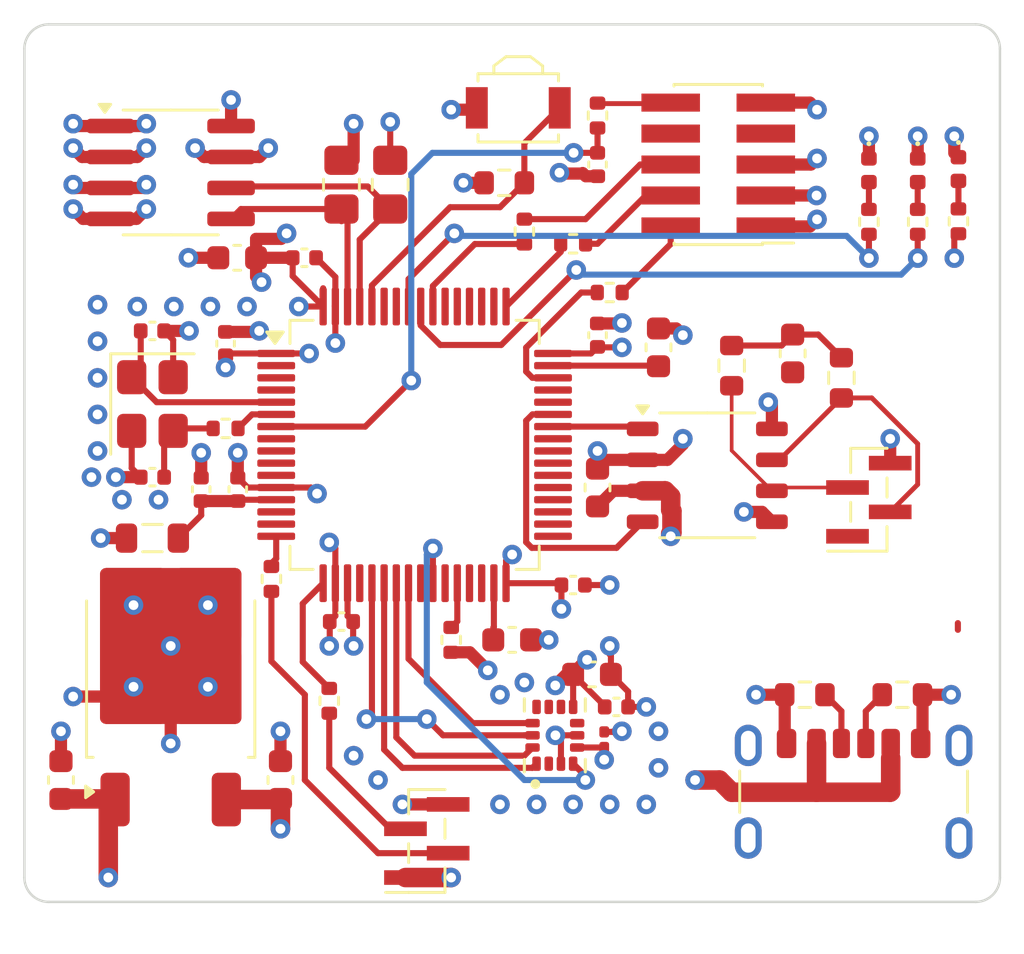
<source format=kicad_pcb>
(kicad_pcb (version 20241229) (generator "pcbnew") (generator_version "9.0")
  (layers (0 "F.Cu" signal) (4 "In1.Cu" power) (6 "In2.Cu" power) (2 "B.Cu" signal) (13 "F.Paste" user) (15 "B.Paste" user) (5 "F.SilkS" user "F.Silkscreen") (7 "B.SilkS" user "B.Silkscreen") (1 "F.Mask" user) (3 "B.Mask" user) (25 "Edge.Cuts" user))
  (net 0 "")
  (net 1 "+3.3V")
  (net 2 "GND")
  (net 3 "+5V")
  (net 4 "+3.3VA")
  (net 5 "HSE_IN")
  (net 6 "/Connectors/CAN1+")
  (net 7 "/Connectors/CAN1-")
  (net 8 "NRST")
  (net 9 "HSE_OUT")
  (net 10 "BOOT0")
  (net 11 "BOOT1")
  (net 12 "SWDIO")
  (net 13 "SWCLK")
  (net 14 "SWO")
  (net 15 "GYRO_INT1")
  (net 16 "GYRO_CS")
  (net 19 "GYRO_MISO")
  (net 23 "GYRO_MOSI")
  (net 24 "GYRO_SCK")
  (net 25 "EEPROM_SCL")
  (net 26 "EEPROM_SDA")
  (net 27 "CAN1_TX")
  (net 28 "CAN1_RX")
  (net 29 "Net-(D3-A)")
  (net 30 "Net-(D4-A)")
  (net 31 "Net-(J2-Pin_3)")
  (net 32 "Net-(J2-Pin_2)")
  (net 33 "USART2_TX")
  (net 34 "USART2_RX")
  (net 35 "STATUS_LED1")
  (net 36 "STATUS_LED2")
  (net 38 "Net-(C31-Pad1)")
  (net 39 "Net-(U200-VCAP_1)")
  (net 40 "Net-(U200-VCAP_2)")
  (net 41 "Net-(C211-Pad1)")
  (net 43 "Net-(J401-Pin_6)")
  (net 44 "Net-(J401-Pin_2)")
  (net 45 "Net-(J401-Pin_10)")
  (net 46 "Net-(J401-Pin_4)")
  (net 79 "Net-(D5-A)")
  (net 81 "Net-(J3-CC1)")
  (net 82 "Net-(J3-CC2)")
  (footprint "Capacitor_SMD:C_0402_1005Metric" (layer "F.Cu") (at 130.8011 105.39526 90)
    (property "Reference" "C207" (hide yes))
    (property "Value" "10n" (hide yes))
  )
  (footprint "Capacitor_SMD:C_0402_1005Metric" (layer "F.Cu") (at 130.3011 99.41526 90)
    (property "Reference" "C201" (hide yes))
    (property "Value" "100n" (hide yes))
  )
  (footprint "Capacitor_SMD:C_0603_1608Metric" (layer "F.Cu") (at 142.0511 111.57026)
    (property "Reference" "C208" (hide yes))
    (property "Value" "2u2" (hide yes))
  )
  (footprint "Resistor_SMD:R_0402_1005Metric" (layer "F.Cu") (at 130.3011 102.89526 180)
    (property "Reference" "R200" (hide yes))
    (property "Value" "47" (hide yes))
  )
  (footprint "Capacitor_SMD:C_0402_1005Metric" (layer "F.Cu") (at 133.5311 95.89526)
    (property "Reference" "C205" (hide yes))
    (property "Value" "100n" (hide yes))
  )
  (footprint "Resistor_SMD:R_0603_1608Metric" (layer "F.Cu") (at 141.7261 92.82026 180)
    (property "Reference" "R9" (hide yes))
    (property "Value" "10k" (hide yes))
  )
  (footprint "Connector_PinHeader_1.00mm:PinHeader_1x04_P1.00mm_Vertical_SMD_Pin1Right" (layer "F.Cu") (at 156.6761 105.82026 180)
    (property "Reference" "J1" (hide yes))
    (property "Value" "CAN")
  )
  (footprint "Resistor_SMD:R_0603_1608Metric" (layer "F.Cu") (at 151.0511 100.32026 90)
    (property "Reference" "R19" (hide yes))
    (property "Value" "60R" (hide yes))
  )
  (footprint "Capacitor_SMD:C_0603_1608Metric" (layer "F.Cu") (at 130.7761 95.89526 180)
    (property "Reference" "C200" (hide yes))
    (property "Value" "4u7" (hide yes))
  )
  (footprint "Capacitor_SMD:C_0402_1005Metric" (layer "F.Cu") (at 145.5511 99.07026 90)
    (property "Reference" "C204" (hide yes))
    (property "Value" "100n" (hide yes))
  )
  (footprint "LED_SMD:LED_0402_1005Metric" (layer "F.Cu") (at 160.349132 92.25526 -90)
    (property "Reference" "D5" (hide yes))
    (property "Value" "LED")
  )
  (footprint "Resistor_SMD:R_0402_1005Metric" (layer "F.Cu") (at 144.5511 95.32026)
    (property "Reference" "R401" (hide yes))
    (property "Value" "22" (hide yes))
  )
  (footprint "Capacitor_SMD:C_0603_1608Metric" (layer "F.Cu") (at 132.5511 117.32026 90)
    (property "Reference" "C4" (hide yes))
    (property "Value" "2u2" (hide yes))
  )
  (footprint "Capacitor_SMD:C_0201_0603Metric" (layer "F.Cu") (at 145.8251 115.66526 90)
    (property "Reference" "C10" (hide yes))
    (property "Value" "10n" (hide yes))
  )
  (footprint "Capacitor_SMD:C_0603_1608Metric" (layer "F.Cu") (at 153.5511 99.82026 -90)
    (property "Reference" "C31" (hide yes))
    (property "Value" "4n7" (hide yes))
  )
  (footprint "nxp:sot96-1_soic-8" (layer "F.Cu") (at 150.0511 104.82026)
    (property "Reference" "U6" (hide yes))
    (property "Value" "TJA1051T/3" (hide yes))
  )
  (footprint "Button_Switch_SMD:SW_SPST_B3U-3000P-B" (layer "F.Cu") (at 142.3011 89.74526)
    (property "Reference" "SW1" (hide yes))
    (property "Value" "SW_SPST")
  )
  (footprint "Capacitor_SMD:C_0402_1005Metric" (layer "F.Cu") (at 127.3011 104.89526 180)
    (property "Reference" "C211" (hide yes))
    (property "Value" "12p" (hide yes))
  )
  (footprint "Crystal:Crystal_SMD_3225-4Pin_3.2x2.5mm" (layer "F.Cu") (at 127.3011 101.89526 -90)
    (property "Reference" "Y200" (hide yes))
    (property "Value" "16MHz" (hide yes))
  )
  (footprint "Capacitor_SMD:C_0402_1005Metric" (layer "F.Cu") (at 145.5511 92.07026 -90)
    (property "Reference" "C400" (hide yes))
    (property "Value" "100n" (hide yes))
  )
  (footprint "Capacitor_SMD:C_0402_1005Metric" (layer "F.Cu") (at 144.5511 109.32026)
    (property "Reference" "C203" (hide yes))
    (property "Value" "100n" (hide yes))
  )
  (footprint "Resistor_SMD:R_0603_1608Metric" (layer "F.Cu") (at 154.0511 113.82026 180)
    (property "Reference" "R2" (hide yes))
    (property "Value" "5k1")
  )
  (footprint "Resistor_SMD:R_0402_1005Metric" (layer "F.Cu") (at 156.679132 94.42026 90)
    (property "Reference" "R14" (hide yes))
    (property "Value" "330R")
  )
  (footprint "Inductor_SMD:L_0805_2012Metric" (layer "F.Cu") (at 127.3011 107.39526 180)
    (property "Reference" "FB200" (hide yes))
    (property "Value" "600 @ 600 MHz" (hide yes))
  )
  (footprint "Resistor_SMD:R_0402_1005Metric" (layer "F.Cu") (at 134.5511 114.07026 90)
    (property "Reference" "R407" (hide yes))
    (property "Value" "22" (hide yes))
  )
  (footprint "Resistor_SMD:R_0805_2012Metric_Pad1.20x1.40mm_HandSolder" (layer "F.Cu") (at 137.0511 92.89526 -90)
    (property "Reference" "R24" (hide yes))
    (property "Value" "1k5")
  )
  (footprint "Capacitor_SMD:C_0603_1608Metric" (layer "F.Cu") (at 145.3251 112.98526)
    (property "Reference" "C7" (hide yes))
    (property "Value" "2u2" (hide yes))
  )
  (footprint "ICM_42688_P:PQFN50P300X250X97-14N" (layer "F.Cu") (at 143.8011 115.48526 90)
    (property "Reference" "U2" (hide yes))
    (property "Value" "ICM-42688-P" (hide yes))
  )
  (footprint "Capacitor_SMD:C_0603_1608Metric" (layer "F.Cu") (at 123.5511 117.32026 90)
    (property "Reference" "C3" (hide yes))
    (property "Value" "1u" (hide yes))
  )
  (footprint "Resistor_SMD:R_0402_1005Metric" (layer "F.Cu") (at 139.5511 111.57026 -90)
    (property "Reference" "R203" (hide yes))
    (property "Value" "10k" (hide yes))
  )
  (footprint "Resistor_SMD:R_0603_1608Metric" (layer "F.Cu") (at 155.5511 100.82026 90)
    (property "Reference" "R20" (hide yes))
    (property "Value" "60R" (hide yes))
  )
  (footprint "Package_QFP:LQFP-64_10x10mm_P0.5mm" (layer "F.Cu") (at 138.0511 103.57026)
    (property "Reference" "U200" (hide yes))
    (property "Value" "STM32F405RGT6" (hide yes))
  )
  (footprint "Capacitor_SMD:C_0603_1608Metric" (layer "F.Cu") (at 148.0511 99.57026 90)
    (property "Reference" "C209" (hide yes))
    (property "Value" "2u2" (hide yes))
  )
  (footprint "Package_SO:SOIC-8_3.9x4.9mm_P1.27mm" (layer "F.Cu") (at 128.0511 92.39526)
    (property "Reference" "U4" (hide yes))
    (property "Value" "AT24C256" (hide yes))
  )
  (footprint "Resistor_SMD:R_0402_1005Metric" (layer "F.Cu") (at 132.179132 109.07026 90)
    (property "Reference" "R406" (hide yes))
    (property "Value" "22" (hide yes))
  )
  (footprint "Connector_PinHeader_1.27mm:PinHeader_2x05_P1.27mm_Vertical_SMD" (layer "F.Cu") (at 150.5011 92.07026 180)
    (property "Reference" "J401" (hide yes))
    (property "Value" "SWD" (hide yes))
  )
  (footprint "Capacitor_SMD:C_0402_1005Metric" (layer "F.Cu") (at 129.3011 105.39526 90)
    (property "Reference" "C206" (hide yes))
    (property "Value" "1u" (hide yes))
  )
  (footprint "common:molex_2171750001_usb_c_6p" (layer "F.Cu") (at 156.0511 118.90026)
    (property "Reference" "J3" (hide yes))
    (property "Value" "2171750001")
  )
  (footprint "Resistor_SMD:R_0402_1005Metric" (layer "F.Cu") (at 146.0511 97.32026)
    (property "Reference" "R400" (hide yes))
    (property "Value" "22" (hide yes))
  )
  (footprint "Resistor_SMD:R_0805_2012Metric_Pad1.20x1.40mm_HandSolder" (layer "F.Cu") (at 135.0511 92.89526 -90)
    (property "Reference" "R23" (hide yes))
    (property "Value" "1k5")
  )
  (footprint "Capacitor_SMD:C_0603_1608Metric" (layer "F.Cu") (at 145.5511 105.32026 90)
    (property "Reference" "C29" (hide yes))
    (property "Value" "100n" (hide yes))
  )
  (footprint "Resistor_SMD:R_0402_1005Metric" (layer "F.Cu") (at 158.679132 94.42026 90)
    (property "Reference" "R13" (hide yes))
    (property "Value" "330R")
  )
  (footprint "Resistor_SMD:R_0402_1005Metric" (layer "F.Cu") (at 160.349132 94.40026 90)
    (property "Reference" "R29" (hide yes))
    (property "Value" "330R")
  )
  (footprint "Capacitor_SMD:C_0402_1005Metric" (layer "F.Cu") (at 146.3251 114.32026)
    (property "Reference" "C1" (hide yes))
    (property "Value" "0.1u" (hide yes))
  )
  (footprint "LED_SMD:LED_0402_1005Metric" (layer "F.Cu") (at 158.679132 92.30526 -90)
    (property "Reference" "D3" (hide yes))
    (property "Value" "LED")
  )
  (footprint "Resistor_SMD:R_0402_1005Metric" (layer "F.Cu") (at 142.5511 94.82026 90)
    (property "Reference" "R402" (hide yes))
    (property "Value" "22" (hide yes))
  )
  (footprint "Capacitor_SMD:C_0402_1005Metric" (layer "F.Cu") (at 127.3011 98.89526)
    (property "Reference" "C210" (hide yes))
    (property "Value" "12p" (hide yes))
  )
  (footprint "Connector_PinHeader_1.00mm:PinHeader_1x04_P1.00mm_Vertical_SMD_Pin1Right" (layer "F.Cu") (at 138.5511 119.82026 180)
    (property "Reference" "J2" (hide yes))
    (property "Value" "USART")
  )
  (footprint "LED_SMD:LED_0402_1005Metric" (layer "F.Cu") (at 156.679132 92.30526 -90)
    (property "Reference" "D4" (hide yes))
    (property "Value" "LED")
  )
  (footprint "Resistor_SMD:R_0603_1608Metric" (layer "F.Cu") (at 158.0511 113.82026)
    (property "Reference" "R1" (hide yes))
    (property "Value" "5k1")
  )
  (footprint "common:to-252-2_dpak-2-leg" (layer "F.Cu") (at 128.0511 113.08026 90)
    (property "Reference" "U1" (hide yes))
    (property "Value" "ld39150dt33-r" (hide yes))
  )
  (footprint "Resistor_SMD:R_0402_1005Metric" (layer "F.Cu") (at 145.5511 90.06026 90)
    (property "Reference" "R403" (hide yes))
    (property "Value" "22" (hide yes))
  )
  (footprint "Capacitor_SMD:C_0402_1005Metric" (layer "F.Cu") (at 135.0511 110.82026 180)
    (property "Reference" "C202" (hide yes))
    (property "Value" "100n" (hide yes))
  )
  (gr_line (start 148.5511 89.57026) (end 145.5511 89.57026) (stroke (width 0.2)) (layer "F.Cu") (net 45))
  (gr_line (start 162.0511 87.32026) (end 162.0511 121.32026) (stroke (width 0.1)) (layer "Edge.Cuts"))
  (gr_line (start 123.0511 122.32026) (end 161.0511 122.32026) (stroke (width 0.1)) (layer "Edge.Cuts"))
  (gr_arc (start 162.0511 121.32026) (mid 161.758221 122.027393) (end 161.0511 122.32026) (stroke (width 0.1)) (layer "Edge.Cuts"))
  (gr_arc (start 122.0511 87.32026) (mid 122.344007 86.613179) (end 123.0511 86.32026) (stroke (width 0.1)) (layer "Edge.Cuts"))
  (gr_line (start 122.0511 87.32026) (end 122.0511 121.32026) (stroke (width 0.1)) (layer "Edge.Cuts"))
  (gr_arc (start 123.0511 122.32026) (mid 122.344007 122.027364) (end 122.0511 121.32026) (stroke (width 0.1)) (layer "Edge.Cuts"))
  (gr_arc (start 161.0511 86.32026) (mid 161.758221 86.613151) (end 162.0511 87.32026) (stroke (width 0.1)) (layer "Edge.Cuts"))
  (gr_line (start 123.0511 86.32026) (end 161.0511 86.32026) (stroke (width 0.1)) (layer "Edge.Cuts"))
  (via (at 143.0511 118.32026) (size 0.8) (drill 0.4) (layers "F.Cu" "B.Cu") (net 0))
  (via (at 147.5511 118.32026) (size 0.8) (drill 0.4) (layers "F.Cu" "B.Cu") (net 0))
  (via (at 148.0511 115.32026) (size 0.8) (drill 0.4) (layers "F.Cu" "B.Cu") (net 0))
  (via (at 126.0511 105.82026) (size 0.8) (drill 0.4) (layers "F.Cu" "B.Cu") (net 0))
  (via (at 124.8011 104.89526) (size 0.8) (drill 0.4) (layers "F.Cu" "B.Cu") (net 0))
  (via (at 127.5511 105.82026) (size 0.8) (drill 0.4) (layers "F.Cu" "B.Cu") (net 0))
  (via (at 146.0511 118.32026) (size 0.8) (drill 0.4) (layers "F.Cu" "B.Cu") (net 0))
  (via (at 141.5511 113.82026) (size 0.8) (drill 0.4) (layers "F.Cu" "B.Cu") (net 0))
  (via (at 131.179132 97.89526) (size 0.8) (drill 0.4) (layers "F.Cu" "B.Cu") (net 0))
  (via (at 141.5511 118.32026) (size 0.8) (drill 0.4) (layers "F.Cu" "B.Cu") (net 0))
  (via (at 129.679132 97.89526) (size 0.8) (drill 0.4) (layers "F.Cu" "B.Cu") (net 0))
  (via (at 148.0511 116.82026) (size 0.8) (drill 0.4) (layers "F.Cu" "B.Cu") (net 0))
  (via (at 125.0511 97.82026) (size 0.8) (drill 0.4) (layers "F.Cu" "B.Cu") (net 0))
  (via (at 128.179132 97.89526) (size 0.8) (drill 0.4) (layers "F.Cu" "B.Cu") (net 0))
  (via (at 142.5511 113.32026) (size 0.8) (drill 0.4) (layers "F.Cu" "B.Cu") (net 0))
  (via (at 144.5511 118.32026) (size 0.8) (drill 0.4) (layers "F.Cu" "B.Cu") (net 0))
  (via (at 126.679132 97.89526) (size 0.8) (drill 0.4) (layers "F.Cu" "B.Cu") (net 0))
  (via (at 125.0511 100.82026) (size 0.8) (drill 0.4) (layers "F.Cu" "B.Cu") (net 0))
  (via (at 135.5511 116.32026) (size 0.8) (drill 0.4) (layers "F.Cu" "B.Cu") (net 0))
  (via (at 125.0511 102.32026) (size 0.8) (drill 0.4) (layers "F.Cu" "B.Cu") (net 0))
  (via (at 125.0511 99.32026) (size 0.8) (drill 0.4) (layers "F.Cu" "B.Cu") (net 0))
  (via (at 125.0511 103.82026) (size 0.8) (drill 0.4) (layers "F.Cu" "B.Cu") (net 0))
  (via (at 136.5511 117.32026) (size 0.8) (drill 0.4) (layers "F.Cu" "B.Cu") (net 0))
  (segment (start 135.3011 109.24526) (end 135.3011 110.59026) (width 0.25) (layer "F.Cu") (net 1))
  (segment (start 140.5261 89.82026) (end 140.6011 89.74526) (width 0.5) (layer "F.Cu") (net 1))
  (segment (start 135.5511 91.89526) (end 135.5511 90.39526) (width 0.5) (layer "F.Cu") (net 1))
  (segment (start 137.0511 91.89526) (end 137.0511 90.32026) (width 0.25) (layer "F.Cu") (net 1))
  (segment (start 154.2611 94.61026) (end 154.5511 94.32026) (width 0.5) (layer "F.Cu") (net 1))
  (segment (start 130.3311 118.12026) (end 132.5261 118.12026) (width 0.8) (layer "F.Cu") (net 1))
  (segment (start 132.5761 95.12026) (end 132.8011 94.89526) (width 0.5) (layer "F.Cu") (net 1))
  (segment (start 135.5511 111.82026) (end 135.5311 111.80026) (width 0.25) (layer "F.Cu") (net 1))
  (segment (start 160.179132 95.91026) (end 160.179132 95.08026) (width 0.25) (layer "F.Cu") (net 1))
  (segment (start 134.3011 97.89526) (end 134.2771 97.89526) (width 0.25) (layer "F.Cu") (net 1))
  (segment (start 132.5511 118.09526) (end 132.5511 119.32026) (width 0.8) (layer "F.Cu") (net 1))
  (segment (start 132.3761 99.82026) (end 130.3761 99.82026) (width 0.25) (layer "F.Cu") (net 1))
  (segment (start 130.5261 89.42026) (end 130.5511 89.39526) (width 0.25) (layer "F.Cu") (net 1))
  (segment (start 145.122205 112.387905) (end 144.922455 112.387905) (width 0.25) (layer "F.Cu") (net 1))
  (segment (start 132.5261 118.12026) (end 132.5511 118.09526) (width 0.25) (layer "F.Cu") (net 1))
  (segment (start 134.2771 97.685253) (end 134.2771 97.89526) (width 0.25) (layer "F.Cu") (net 1))
  (segment (start 145.5711 99.57026) (end 145.5511 99.55026) (width 0.25) (layer "F.Cu") (net 1))
  (segment (start 130.3011 100.39526) (end 130.3011 99.89526) (width 0.5) (layer "F.Cu") (net 1))
  (segment (start 144.5511 112.98626) (end 144.5501 112.98526) (width 0.25) (layer "F.Cu") (net 1))
  (segment (start 134.3011 97.89526) (end 133.3011 97.89526) (width 0.25) (layer "F.Cu") (net 1))
  (segment (start 131.5511 96.67026) (end 131.7761 96.89526) (width 0.5) (layer "F.Cu") (net 1))
  (segment (start 144.922455 112.387905) (end 144.5501 112.76026) (width 0.25) (layer "F.Cu") (net 1))
  (segment (start 133.0511 96.64526) (end 133.0511 95.89526) (width 0.25) (layer "F.Cu") (net 1))
  (segment (start 130.3311 118.54026) (end 130.5511 118.32026) (width 0.5) (layer "F.Cu") (net 1))
  (segment (start 144.5511 114.32026) (end 144.5511 112.98626) (width 0.25) (layer "F.Cu") (net 1))
  (segment (start 135.3011 110.59026) (end 135.5311 110.82026) (width 0.25) (layer "F.Cu") (net 1))
  (segment (start 125.179132 107.39526) (end 126.2386 107.39526) (width 0.5) (layer "F.Cu") (net 1))
  (segment (start 145.8451 114.28026) (end 144.5501 112.98526) (width 0.25) (layer "F.Cu") (net 1))
  (segment (start 152.2961 106.32026) (end 152.7011 106.72526) (width 0.5) (layer "F.Cu") (net 1))
  (segment (start 135.5311 110.82026) (end 135.5311 111.80026) (width 0.25) (layer "F.Cu") (net 1))
  (segment (start 152.4511 94.61026) (end 154.2611 94.61026) (width 0.5) (layer "F.Cu") (net 1))
  (segment (start 145.8451 114.32026) (end 145.8451 114.28026) (width 0.25) (layer "F.Cu") (net 1))
  (segment (start 131.5511 95.12026) (end 132.5761 95.12026) (width 0.5) (layer "F.Cu") (net 1))
  (segment (start 144.273912 112.98526) (end 143.818523 113.440649) (width 0.5) (layer "F.Cu") (net 1))
  (segment (start 143.9961 109.24526) (end 144.0711 109.32026) (width 0.25) (layer "F.Cu") (net 1))
  (segment (start 141.8011 108.32026) (end 142.0511 108.07026) (width 0.25) (layer "F.Cu") (net 1))
  (segment (start 151.5511 106.32026) (end 152.2961 106.32026) (width 0.5) (layer "F.Cu") (net 1))
  (segment (start 141.8011 109.24526) (end 141.8011 108.32026) (width 0.25) (layer "F.Cu") (net 1))
  (segment (start 144.0711 109.32026) (end 144.0711 110.30026) (width 0.25) (layer "F.Cu") (net 1))
  (segment (start 160.179132 95.08026) (end 160.349132 94.91026) (width 0.25) (layer "F.Cu") (net 1))
  (segment (start 141.8011 109.24526) (end 143.9961 109.24526) (width 0.25) (layer "F.Cu") (net 1))
  (segment (start 144.5501 112.76026) (end 144.5501 112.98526) (width 0.25) (layer "F.Cu") (net 1))
  (segment (start 131.5511 95.89526) (end 131.5511 95.12026) (width 0.5) (layer "F.Cu") (net 1))
  (segment (start 146.5511 99.57026) (end 145.5711 99.57026) (width 0.25) (layer "F.Cu") (net 1))
  (segment (start 145.2811 99.82026) (end 145.5511 99.55026) (width 0.25) (layer "F.Cu") (net 1))
  (segment (start 134.3011 97.14526) (end 134.3011 97.89526) (width 0.25) (layer "F.Cu") (net 1))
  (segment (start 139.5511 89.82026) (end 140.5261 89.82026) (width 0.5) (layer "F.Cu") (net 1))
  (segment (start 131.5511 95.89526) (end 133.0511 95.89526) (width 0.5) (layer "F.Cu") (net 1))
  (segment (start 145.8251 115.98526) (end 144.7161 115.98526) (width 0.25) (layer "F.Cu") (net 1))
  (segment (start 130.5261 90.49026) (end 130.5261 89.42026) (width 0.5) (layer "F.Cu") (net 1))
  (segment (start 131.5511 96.67026) (end 131.5511 95.89526) (width 0.5) (layer "F.Cu") (net 1))
  (segment (start 134.3011 97.89526) (end 133.0511 96.64526) (width 0.25) (layer "F.Cu") (net 1))
  (segment (start 132.3761 99.82026) (end 133.7261 99.82026) (width 0.25) (layer "F.Cu") (net 1))
  (segment (start 133.7261 99.82026) (end 133.8011 99.89526) (width 0.25) (layer "F.Cu") (net 1))
  (segment (start 143.7261 99.82026) (end 145.2811 99.82026) (width 0.25) (layer "F.Cu") (net 1))
  (segment (start 145.8251 115.98526) (end 145.8251 116.48526) (width 0.25) (layer "F.Cu") (net 1))
  (segment (start 144.5501 112.98526) (end 144.273912 112.98526) (width 0.25) (layer "F.Cu") (net 1))
  (segment (start 130.3761 99.82026) (end 130.3011 99.89526) (width 0.25) (layer "F.Cu") (net 1))
  (via (at 135.5511 90.39526) (size 0.8) (drill 0.4) (layers "F.Cu" "B.Cu") (net 1))
  (via (at 132.8011 94.89526) (size 0.8) (drill 0.4) (layers "F.Cu" "B.Cu") (net 1))
  (via (at 130.3011 100.39526) (size 0.8) (drill 0.4) (layers "F.Cu" "B.Cu") (net 1))
  (via (at 131.7761 96.89526) (size 0.8) (drill 0.4) (layers "F.Cu" "B.Cu") (net 1))
  (via (at 142.0511 108.07026) (size 0.8) (drill 0.4) (layers "F.Cu" "B.Cu") (net 1))
  (via (at 125.179132 107.39526) (size 0.8) (drill 0.4) (layers "F.Cu" "B.Cu") (net 1))
  (via (at 132.5511 119.32026) (size 0.8) (drill 0.4) (layers "F.Cu" "B.Cu") (net 1))
  (via (at 137.0511 90.32026) (size 0.8) (drill 0.4) (layers "F.Cu" "B.Cu") (net 1))
  (via (at 154.5511 94.32026) (size 0.8) (drill 0.4) (layers "F.Cu" "B.Cu") (net 1))
  (via (at 130.5261 89.42026) (size 0.8) (drill 0.4) (layers "F.Cu" "B.Cu") (net 1))
  (via (at 145.8251 116.48526) (size 0.8) (drill 0.4) (layers "F.Cu" "B.Cu") (net 1))
  (via (at 145.122205 112.387905) (size 0.8) (drill 0.4) (layers "F.Cu" "B.Cu") (net 1))
  (via (at 139.5511 89.82026) (size 0.8) (drill 0.4) (layers "F.Cu" "B.Cu") (net 1))
  (via (at 160.179132 95.91026) (size 0.8) (drill 0.4) (layers "F.Cu" "B.Cu") (net 1))
  (via (at 151.5511 106.32026) (size 0.8) (drill 0.4) (layers "F.Cu" "B.Cu") (net 1))
  (via (at 144.0711 110.30026) (size 0.8) (drill 0.4) (layers "F.Cu" "B.Cu") (net 1))
  (via (at 133.7261 99.82026) (size 0.8) (drill 0.4) (layers "F.Cu" "B.Cu") (net 1))
  (via (at 135.5511 111.82026) (size 0.8) (drill 0.4) (layers "F.Cu" "B.Cu") (net 1))
  (via (at 133.3011 97.89526) (size 0.8) (drill 0.4) (layers "F.Cu" "B.Cu") (net 1))
  (via (at 146.5511 99.57026) (size 0.8) (drill 0.4) (layers "F.Cu" "B.Cu") (net 1))
  (via (at 143.818523 113.440649) (size 0.8) (drill 0.4) (layers "F.Cu" "B.Cu") (net 1))
  (segment (start 145.5511 98.59026) (end 146.5311 98.59026) (width 0.5) (layer "F.Cu") (net 2))
  (segment (start 148.7761 98.79526) (end 149.0511 99.07026) (width 0.5) (layer "F.Cu") (net 2))
  (segment (start 143.5511 111.57026) (end 142.8261 111.57026) (width 0.5) (layer "F.Cu") (net 2))
  (segment (start 154.3011 92.07026) (end 154.5511 91.82026) (width 0.5) (layer "F.Cu") (net 2))
  (segment (start 144.7161 115.48526) (end 143.8251 115.48526) (width 0.25) (layer "F.Cu") (net 2))
  (segment (start 160.3261 111.15776) (end 160.3261 110.88276) (width 0.25) (layer "F.Cu") (net 2))
  (segment (start 154.2611 89.53026) (end 154.5511 89.82026) (width 0.5) (layer "F.Cu") (net 2))
  (segment (start 134.8011 97.89526) (end 134.8011 96.68526) (width 0.25) (layer "F.Cu") (net 2))
  (segment (start 144.218604 92.44126) (end 144.923596 92.44126) (width 0.5) (layer "F.Cu") (net 2))
  (segment (start 133.8011 105.32026) (end 134.0511 105.57026) (width 0.25) (layer "F.Cu") (net 2))
  (segment (start 140.9011 92.82026) (end 140.0511 92.82026) (width 0.5) (layer "F.Cu") (net 2))
  (segment (start 130.5261 91.76026) (end 131.6861 91.76026) (width 0.5) (layer "F.Cu") (net 2))
  (segment (start 152.7011 102.91526) (end 152.7011 101.97026) (width 0.5) (layer "F.Cu") (net 2))
  (segment (start 124.1461 90.49026) (end 124.0511 90.39526) (width 0.25) (layer "F.Cu") (net 2))
  (segment (start 125.5761 90.49026) (end 124.1461 90.49026) (width 0.5) (layer "F.Cu") (net 2))
  (segment (start 146.0511 112.16126) (end 146.1001 112.21026) (width 0.25) (layer "F.Cu") (net 2))
  (segment (start 126.8211 104.89526) (end 125.8011 104.89526) (width 0.5) (layer "F.Cu") (net 2))
  (segment (start 134.5511 111.82026) (end 134.5711 111.80026) (width 0.25) (layer "F.Cu") (net 2))
  (segment (start 158.679132 91.82026) (end 158.679132 90.91026) (width 0.5) (layer "F.Cu") (net 2))
  (segment (start 149.0511 103.55026) (end 148.4161 104.18526) (width 0.5) (layer "F.Cu") (net 2))
  (segment (start 126.4511 104.52526) (end 126.8211 104.89526) (width 0.25) (layer "F.Cu") (net 2))
  (segment (start 129.4161 91.76026) (end 129.0511 91.39526) (width 0.5) (layer "F.Cu") (net 2))
  (segment (start 128.1511 99.26526) (end 127.7811 98.89526) (width 0.25) (layer "F.Cu") (net 2))
  (segment (start 146.0511 111.82026) (end 146.0511 112.16126) (width 0.25) (layer "F.Cu") (net 2))
  (segment (start 128.1511 100.79526) (end 128.1511 99.26526) (width 0.25) (layer "F.Cu") (net 2))
  (segment (start 126.9561 90.49026) (end 125.5761 90.49026) (width 0.5) (layer "F.Cu") (net 2))
  (segment (start 146.2101 115.32026) (end 146.1851 115.34526) (width 0.25) (layer "F.Cu") (net 2))
  (segment (start 152.7011 101.97026) (end 152.5511 101.82026) (width 0.5) (layer "F.Cu") (net 2))
  (segment (start 130.8011 104.91526) (end 130.8011 103.89526) (width 0.5) (layer "F.Cu") (net 2))
  (segment (start 139.5511 112.08026) (end 140.3111 112.08026) (width 0.5) (layer "F.Cu") (net 2))
  (segment (start 146.1001 112.21026) (end 146.1001 112.98526) (width 0.25) (layer "F.Cu") (net 2))
  (segment (start 125.5761 93.03026) (end 126.9161 93.03026) (width 0.5) (layer "F.Cu") (net 2))
  (segment (start 132.3761 105.32026) (end 133.8011 105.32026) (width 0.25) (layer "F.Cu") (net 2))
  (segment (start 153.2261 113.82026) (end 152.0511 113.82026) (width 0.5) (layer "F.Cu") (net 2))
  (segment (start 145.0711 92.55026) (end 145.5511 92.55026) (width 0.5) (layer "F.Cu") (net 2))
  (segment (start 134.8011 109.24526) (end 134.8011 110.59026) (width 0.25) (layer "F.Cu") (net 2))
  (segment (start 153.2261 113.82026) (end 153.2261 115.74526) (width 0.5) (layer "F.Cu") (net 2))
  (segment (start 126.9561 90.49026) (end 127.0511 90.39526) (width 0.25) (layer "F.Cu") (net 2))
  (segment (start 156.679132 91.82026) (end 156.679132 90.91026) (width 0.5) (layer "F.Cu") (net 2))
  (segment (start 132.5511 116.54526) (end 132.5511 115.32026) (width 0.5) (layer "F.Cu") (net 2))
  (segment (start 158.8761 113.82026) (end 158.8761 115.74526) (width 0.5) (layer "F.Cu") (net 2))
  (segment (start 144.0511 116.65026) (end 144.0511 115.71126) (width 0.25) (layer "F.Cu") (net 2))
  (segment (start 144.923596 92.44126) (end 144.942848 92.422008) (width 0.5) (layer "F.Cu") (net 2))
  (segment (start 126.6861 91.76026) (end 127.0511 91.39526) (width 0.5) (layer "F.Cu") (net 2))
  (segment (start 148.4161 104.18526) (end 147.4011 104.18526) (width 0.5) (layer "F.Cu") (net 2))
  (segment (start 158.8761 113.82026) (end 160.0511 113.82026) (width 0.5) (layer "F.Cu") (net 2))
  (segment (start 134.5711 110.82026) (end 134.5711 111.80026) (width 0.25) (layer "F.Cu") (net 2))
  (segment (start 146.8051 113.69026) (end 146.1001 112.98526) (width 0.25) (layer "F.Cu") (net 2))
  (segment (start 146.8051 114.32026) (end 146.8051 113.69026) (width 0.25) (layer "F.Cu") (net 2))
  (segment (start 160.179132 91.60026) (end 160.349132 91.77026) (width 0.25) (layer "F.Cu") (net 2))
  (segment (start 131.6861 91.76026) (end 132.0511 91.39526) (width 0.5) (layer "F.Cu") (net 2))
  (segment (start 126.6461 94.30026) (end 127.0511 93.89526) (width 0.5) (layer "F.Cu") (net 2))
  (segment (start 153.2261 115.74526) (end 153.3011 115.82026) (width 0.5) (layer "F.Cu") (net 2))
  (segment (start 145.5511 104.54526) (end 145.5511 103.82026) (width 0.5) (layer "F.Cu") (net 2))
  (segment (start 144.942848 92.422008) (end 145.0711 92.55026) (width 0.5) (layer "F.Cu") (net 2))
  (segment (start 124.0511 113.89526) (end 125.9761 113.89526) (width 0.5) (layer "F.Cu") (net 2))
  (segment (start 129.3011 104.91526) (end 129.3011 103.89526) (width 0.5) (layer "F.Cu") (net 2))
  (segment (start 125.5761 94.30026) (end 124.4561 94.30026) (width 0.5) (layer "F.Cu") (net 2))
  (segment (start 125.5761 91.76026) (end 126.6861 91.76026) (width 0.5) (layer "F.Cu") (net 2))
  (segment (start 149.0511 103.32026) (end 149.0511 103.55026) (width 0.5) (layer "F.Cu") (net 2))
  (segment (start 134.8011 107.82026) (end 134.5511 107.57026) (width 0.25) (layer "F.Cu") (net 2))
  (segment (start 130.0011 95.89526) (end 128.7761 95.89526) (width 0.5) (layer "F.Cu") (net 2))
  (segment (start 146.5511 115.32026) (end 146.2101 115.32026) (width 0.25) (layer "F.Cu") (net 2))
  (segment (start 160.179132 90.91026) (end 160.179132 91.60026) (width 0.5) (layer "F.Cu") (net 2))
  (segment (start 140.3111 112.08026) (end 141.0511 112.82026) (width 0.5) (layer "F.Cu") (net 2))
  (segment (start 134.8011 110.59026) (end 134.5711 110.82026) (width 0.25) (layer "F.Cu") (net 2))
  (segment (start 124.4161 91.76026) (end 124.0511 91.39526) (width 0.5) (layer "F.Cu") (net 2))
  (segment (start 131.2061 105.32026) (end 130.8011 104.91526) (width 0.25) (layer "F.Cu") (net 2))
  (segment (start 132.3761 105.32026) (end 131.2061 105.32026) (width 0.25) (layer "F.Cu") (net 2))
  (segment (start 134.8011 96.68526) (end 134.0111 95.89526) (width 0.25) (layer "F.Cu") (net 2))
  (segment (start 129.4161 91.76026) (end 130.5261 91.76026) (width 0.5) (layer "F.Cu") (net 2))
  (segment (start 139.4261 118.32026) (end 137.5511 118.32026) (width 0.5) (layer "F.Cu") (net 2))
  (segment (start 144.182092 92.404748) (end 144.218604 92.44126) (width 0.5) (layer "F.Cu") (net 2))
  (segment (start 146.0511 109.32026) (end 145.0311 109.32026) (width 0.25) (layer "F.Cu") (net 2))
  (segment (start 134.8011 97.89526) (end 134.8011 99.39526) (width 0.25) (layer "F.Cu") (net 2))
  (segment (start 152.4511 93.34026) (end 154.5311 93.34026) (width 0.5) (layer "F.Cu") (net 2))
  (segment (start 126.9161 93.03026) (end 127.0511 92.89526) (width 0.25) (layer "F.Cu") (net 2))
  (segment (start 126.4511 102.99526) (end 126.4511 104.52526) (width 0.25) (layer "F.Cu") (net 2))
  (segment (start 143.990917 92.404748) (end 144.182092 92.404748) (width 0.5) (layer "F.Cu") (net 2))
  (segment (start 145.9111 104.18526) (end 145.5511 104.54526) (width 0.5) (layer "F.Cu") (net 2))
  (segment (start 146.5311 98.59026) (end 146.5511 98.57026) (width 0.5) (layer "F.Cu") (net 2))
  (segment (start 158.8761 115.74526) (end 158.8011 115.82026) (width 0.5) (layer "F.Cu") (net 2))
  (segment (start 125.9761 113.89526) (end 128.0511 111.82026) (width 0.5) (layer "F.Cu") (net 2))
  (segment (start 157.5511 103.32026) (end 157.5511 104.32026) (width 0.5) (layer "F.Cu") (net 2))
  (segment (start 124.1861 93.03026) (end 125.5761 93.03026) (width 0.5) (layer "F.Cu") (net 2))
  (segment (start 124.0511 92.89526) (end 124.1861 93.03026) (width 0.5) (layer "F.Cu") (net 2))
  (segment (start 123.5511 116.54526) (end 123.5511 115.32026) (width 0.5) (layer "F.Cu") (net 2))
  (segment (start 144.0511 115.71126) (end 143.8251 115.48526) (width 0.25) (layer "F.Cu") (net 2))
  (segment (start 131.639132 98.93526) (end 131.679132 98.89526) (width 0.5) (layer "F.Cu") (net 2))
  (segment (start 125.5761 94.30026) (end 126.6461 94.30026) (width 0.5) (layer "F.Cu") (net 2))
  (segment (start 125.5761 91.76026) (end 124.4161 91.76026) (width 0.5) (layer "F.Cu") (net 2))
  (segment (start 146.1851 115.34526) (end 145.8251 115.34526) (width 0.25) (layer "F.Cu") (net 2))
  (segment (start 130.3011 98.93526) (end 131.639132 98.93526) (width 0.5) (layer "F.Cu") (net 2))
  (segment (start 147.5511 114.32026) (end 146.8051 114.32026) (width 0.25) (layer "F.Cu") (net 2))
  (segment (start 147.4011 104.18526) (end 145.9111 104.18526) (width 0.5) (layer "F.Cu") (net 2))
  (segment (start 128.0511 111.82026) (end 128.0511 115.82026) (width 0.5) (layer "F.Cu") (net 2))
  (segment (start 148.0511 98.79526) (end 148.7761 98.79526) (width 0.5) (layer "F.Cu") (net 2))
  (segment (start 134.7811 97.87526) (end 134.8011 97.89526) (width 0.25) (layer "F.Cu") (net 2))
  (segment (start 127.7811 98.89526) (end 128.8011 98.89526) (width 0.5) (layer "F.Cu") (net 2))
  (segment (start 152.4511 92.07026) (end 154.3011 92.07026) (width 0.5) (layer "F.Cu") (net 2))
  (segment (start 152.4511 89.53026) (end 154.2611 89.53026) (width 0.5) (layer "F.Cu") (net 2))
  (segment (start 124.4561 94.30026) (end 124.0511 93.89526) (width 0.5) (layer "F.Cu") (net 2))
  (segment (start 134.8011 109.24526) (end 134.8011 107.82026) (width 0.25) (layer "F.Cu") (net 2))
  (via (at 127.0511 93.89526) (size 0.8) (drill 0.4) (layers "F.Cu" "B.Cu") (net 2))
  (via (at 131.679132 98.89526) (size 0.8) (drill 0.4) (layers "F.Cu" "B.Cu") (net 2))
  (via (at 124.0511 113.89526) (size 0.8) (drill 0.4) (layers "F.Cu" "B.Cu") (net 2))
  (via (at 146.5511 98.57026) (size 0.8) (drill 0.4) (layers "F.Cu" "B.Cu") (net 2))
  (via (at 132.0511 91.39526) (size 0.8) (drill 0.4) (layers "F.Cu" "B.Cu") (net 2))
  (via (at 149.0511 103.32026) (size 0.8) (drill 0.4) (layers "F.Cu" "B.Cu") (net 2))
  (via (at 134.8011 99.39526) (size 0.8) (drill 0.4) (layers "F.Cu" "B.Cu") (net 2))
  (via (at 134.5511 107.57026) (size 0.8) (drill 0.4) (layers "F.Cu" "B.Cu") (net 2))
  (via (at 156.679132 90.91026) (size 0.8) (drill 0.4) (layers "F.Cu" "B.Cu") (net 2))
  (via (at 149.0511 99.07026) (size 0.8) (drill 0.4) (layers "F.Cu" "B.Cu") (net 2))
  (via (at 128.7761 95.89526) (size 0.8) (drill 0.4) (layers "F.Cu" "B.Cu") (net 2))
  (via (at 126.5261 113.49526) (size 0.8) (drill 0.4) (layers "F.Cu" "B.Cu") (net 2))
  (via (at 143.990917 92.404748) (size 0.8) (drill 0.4) (layers "F.Cu" "B.Cu") (net 2))
  (via (at 154.5511 89.82026) (size 0.8) (drill 0.4) (layers "F.Cu" "B.Cu") (net 2))
  (via (at 127.0511 91.39526) (size 0.8) (drill 0.4) (layers "F.Cu" "B.Cu") (net 2))
  (via (at 157.5511 103.32026) (size 0.8) (drill 0.4) (layers "F.Cu" "B.Cu") (net 2))
  (via (at 128.0511 111.82026) (size 0.8) (drill 0.4) (layers "F.Cu" "B.Cu") (net 2))
  (via (at 160.0511 113.82026) (size 0.8) (drill 0.4) (layers "F.Cu" "B.Cu") (net 2))
  (via (at 126.5261 110.14526) (size 0.8) (drill 0.4) (layers "F.Cu" "B.Cu") (net 2))
  (via (at 129.5761 113.49526) (size 0.8) (drill 0.4) (layers "F.Cu" "B.Cu") (net 2))
  (via (at 123.5511 115.32026) (size 0.8) (drill 0.4) (layers "F.Cu" "B.Cu") (net 2))
  (via (at 160.179132 90.91026) (size 0.8) (drill 0.4) (layers "F.Cu" "B.Cu") (net 2))
  (via (at 127.0511 90.39526) (size 0.8) (drill 0.4) (layers "F.Cu" "B.Cu") (net 2))
  (via (at 145.5511 103.82026) (size 0.8) (drill 0.4) (layers "F.Cu" "B.Cu") (net 2))
  (via (at 152.0511 113.82026) (size 0.8) (drill 0.4) (layers "F.Cu" "B.Cu") (net 2))
  (via (at 124.0511 91.39526) (size 0.8) (drill 0.4) (layers "F.Cu" "B.Cu") (net 2))
  (via (at 140.0511 92.82026) (size 0.8) (drill 0.4) (layers "F.Cu" "B.Cu") (net 2))
  (via (at 124.0511 90.39526) (size 0.8) (drill 0.4) (layers "F.Cu" "B.Cu") (net 2))
  (via (at 146.5511 115.32026) (size 0.8) (drill 0.4) (layers "F.Cu" "B.Cu") (net 2))
  (via (at 127.0511 92.89526) (size 0.8) (drill 0.4) (layers "F.Cu" "B.Cu") (net 2))
  (via (at 143.8251 115.48526) (size 0.8) (drill 0.4) (layers "F.Cu" "B.Cu") (net 2))
  (via (at 132.5511 115.32026) (size 0.8) (drill 0.4) (layers "F.Cu" "B.Cu") (net 2))
  (via (at 134.5511 111.82026) (size 0.8) (drill 0.4) (layers "F.Cu" "B.Cu") (net 2))
  (via (at 134.0511 105.57026) (size 0.8) (drill 0.4) (layers "F.Cu" "B.Cu") (net 2))
  (via (at 154.5311 93.34026) (size 0.8) (drill 0.4) (layers "F.Cu" "B.Cu") (net 2))
  (via (at 125.8011 104.89526) (size 0.8) (drill 0.4) (layers "F.Cu" "B.Cu") (net 2))
  (via (at 152.5511 101.82026) (size 0.8) (drill 0.4) (layers "F.Cu" "B.Cu") (net 2))
  (via (at 128.0511 115.82026) (size 0.8) (drill 0.4) (layers "F.Cu" "B.Cu") (net 2))
  (via (at 129.0511 91.39526) (size 0.8) (drill 0.4) (layers "F.Cu" "B.Cu") (net 2))
  (via (at 137.5511 118.32026) (size 0.8) (drill 0.4) (layers "F.Cu" "B.Cu") (net 2))
  (via (at 147.5511 114.32026) (size 0.8) (drill 0.4) (layers "F.Cu" "B.Cu") (net 2))
  (via (at 141.0511 112.82026) (size 0.8) (drill 0.4) (layers "F.Cu" "B.Cu") (net 2))
  (via (at 128.8011 98.89526) (size 0.8) (drill 0.4) (layers "F.Cu" "B.Cu") (net 2))
  (via (at 154.5511 91.82026) (size 0.8) (drill 0.4) (layers "F.Cu" "B.Cu") (net 2))
  (via (at 124.0511 93.89526) (size 0.8) (drill 0.4) (layers "F.Cu" "B.Cu") (net 2))
  (via (at 129.5761 110.14526) (size 0.8) (drill 0.4) (layers "F.Cu" "B.Cu") (net 2))
  (via (at 146.0511 109.32026) (size 0.8) (drill 0.4) (layers "F.Cu" "B.Cu") (net 2))
  (via (at 143.5511 111.57026) (size 0.8) (drill 0.4) (layers "F.Cu" "B.Cu") (net 2))
  (via (at 129.3011 103.89526) (size 0.8) (drill 0.4) (layers "F.Cu" "B.Cu") (net 2))
  (via (at 124.0511 92.89526) (size 0.8) (drill 0.4) (layers "F.Cu" "B.Cu") (net 2))
  (via (at 130.8011 103.89526) (size 0.8) (drill 0.4) (layers "F.Cu" "B.Cu") (net 2))
  (via (at 158.679132 90.91026) (size 0.8) (drill 0.4) (layers "F.Cu" "B.Cu") (net 2))
  (via (at 146.0511 111.82026) (size 0.8) (drill 0.4) (layers "F.Cu" "B.Cu") (net 2))
  (segment (start 125.4911 118.12026) (end 125.4911 121.32026) (width 0.8) (layer "F.Cu") (net 3))
  (segment (start 150.5511 117.32026) (end 149.5511 117.32026) (width 0.8) (layer "F.Cu") (net 3))
  (segment (start 148.5511 106.229738) (end 148.5511 105.68526) (width 0.8) (layer "F.Cu") (net 3))
  (segment (start 154.5311 117.82026) (end 151.0511 117.82026) (width 0.8) (layer "F.Cu") (net 3))
  (segment (start 154.5311 115.82026) (end 154.5311 117.82026) (width 0.8) (layer "F.Cu") (net 3))
  (segment (start 148.5511 107.220782) (end 148.6021 107.169782) (width 0.8) (layer "F.Cu") (net 3))
  (segment (start 147.4011 105.45526) (end 146.1911 105.45526) (width 0.5) (layer "F.Cu") (net 3))
  (segment (start 151.0511 117.82026) (end 150.5511 117.32026) (width 0.8) (layer "F.Cu") (net 3))
  (segment (start 148.5511 105.68526) (end 148.3211 105.45526) (width 0.8) (layer "F.Cu") (net 3))
  (segment (start 148.6021 107.169782) (end 148.6021 106.280738) (width 0.8) (layer "F.Cu") (net 3))
  (segment (start 157.5511 117.82026) (end 157.5711 117.80026) (width 0.8) (layer "F.Cu") (net 3))
  (segment (start 137.6761 121.32026) (end 139.5511 121.32026) (width 0.8) (layer "F.Cu") (net 3))
  (segment (start 123.5511 118.09526) (end 125.7461 118.09526) (width 0.8) (layer "F.Cu") (net 3))
  (segment (start 157.5711 117.80026) (end 157.5711 116.42026) (width 0.8) (layer "F.Cu") (net 3))
  (segment (start 125.7461 118.09526) (end 125.7711 118.12026) (width 0.25) (layer "F.Cu") (net 3))
  (segment (start 157.5711 115.82026) (end 157.5711 116.42026) (width 0.25) (layer "F.Cu") (net 3))
  (segment (start 148.6021 106.280738) (end 148.5511 106.229738) (width 0.8) (layer "F.Cu") (net 3))
  (segment (start 154.5311 117.82026) (end 157.5511 117.82026) (width 0.8) (layer "F.Cu") (net 3))
  (segment (start 146.1911 105.45526) (end 145.5511 106.09526) (width 0.5) (layer "F.Cu") (net 3))
  (segment (start 148.3211 105.45526) (end 147.4011 105.45526) (width 0.8) (layer "F.Cu") (net 3))
  (segment (start 148.5511 107.32026) (end 148.5511 107.220782) (width 0.8) (layer "F.Cu") (net 3))
  (via (at 125.4911 121.32026) (size 0.8) (drill 0.4) (layers "F.Cu" "B.Cu") (net 3))
  (via (at 149.5511 117.32026) (size 0.8) (drill 0.4) (layers "F.Cu" "B.Cu") (net 3))
  (via (at 139.5511 121.32026) (size 0.8) (drill 0.4) (layers "F.Cu" "B.Cu") (net 3))
  (via (at 148.5511 107.32026) (size 0.8) (drill 0.4) (layers "F.Cu" "B.Cu") (net 3))
  (segment (start 132.3761 105.82026) (end 130.8561 105.82026) (width 0.25) (layer "F.Cu") (net 4))
  (segment (start 130.8561 105.82026) (end 130.8011 105.87526) (width 0.25) (layer "F.Cu") (net 4))
  (segment (start 129.3011 105.87526) (end 129.3011 106.45776) (width 0.25) (layer "F.Cu") (net 4))
  (segment (start 129.3011 106.45776) (end 128.3636 107.39526) (width 0.25) (layer "F.Cu") (net 4))
  (segment (start 130.8011 105.87526) (end 129.3011 105.87526) (width 0.5) (layer "F.Cu") (net 4))
  (segment (start 126.8211 98.89526) (end 126.8211 100.42526) (width 0.25) (layer "F.Cu") (net 5))
  (segment (start 127.4761 101.82026) (end 126.4511 100.79526) (width 0.25) (layer "F.Cu") (net 5))
  (segment (start 132.3761 101.82026) (end 127.4761 101.82026) (width 0.25) (layer "F.Cu") (net 5))
  (segment (start 126.8211 100.42526) (end 126.4511 100.79526) (width 0.25) (layer "F.Cu") (net 5))
  (segment (start 152.679132 104.18526) (end 152.7011 104.18526) (width 0.2) (layer "F.Cu") (net 6))
  (segment (start 155.5511 101.64526) (end 156.796754 101.64526) (width 0.2) (layer "F.Cu") (net 6))
  (segment (start 158.6771 105.19426) (end 157.5511 106.32026) (width 0.2) (layer "F.Cu") (net 6))
  (segment (start 156.796754 101.64526) (end 158.6771 103.525606) (width 0.2) (layer "F.Cu") (net 6))
  (segment (start 152.7011 104.18526) (end 153.0111 104.18526) (width 0.2) (layer "F.Cu") (net 6))
  (segment (start 153.0111 104.18526) (end 155.5511 101.64526) (width 0.2) (layer "F.Cu") (net 6))
  (segment (start 158.6771 103.525606) (end 158.6771 105.19426) (width 0.2) (layer "F.Cu") (net 6))
  (segment (start 152.8361 105.32026) (end 152.7011 105.45526) (width 0.15) (layer "F.Cu") (net 7))
  (segment (start 152.7011 105.45526) (end 151.0511 103.80526) (width 0.15) (layer "F.Cu") (net 7))
  (segment (start 151.0511 103.80526) (end 151.0511 101.14526) (width 0.15) (layer "F.Cu") (net 7))
  (segment (start 155.8011 105.32026) (end 152.8361 105.32026) (width 0.15) (layer "F.Cu") (net 7))
  (segment (start 136.0271 102.82026) (end 137.9141 100.93326) (width 0.25) (layer "F.Cu") (net 8))
  (segment (start 137.9141 100.93326) (end 138.0511 100.79626) (width 0.25) (layer "F.Cu") (net 8))
  (segment (start 145.5511 91.59026) (end 144.5711 91.59026) (width 0.25) (layer "F.Cu") (net 8))
  (segment (start 145.5511 90.57026) (end 145.5511 91.59026) (width 0.25) (layer "F.Cu") (net 8))
  (segment (start 132.3761 102.82026) (end 136.0271 102.82026) (width 0.25) (layer "F.Cu") (net 8))
  (via (at 137.9141 100.93326) (size 0.8) (drill 0.4) (layers "F.Cu" "B.Cu") (net 8))
  (via (at 144.5711 91.59026) (size 0.8) (drill 0.4) (layers "F.Cu" "B.Cu") (net 8))
  (segment (start 138.7811 91.59026) (end 137.9141 92.45726) (width 0.25) (layer "B.Cu") (net 8))
  (segment (start 137.9141 92.45726) (end 137.9141 100.93326) (width 0.25) (layer "B.Cu") (net 8))
  (segment (start 144.5711 91.59026) (end 138.7811 91.59026) (width 0.25) (layer "B.Cu") (net 8))
  (segment (start 131.3861 102.32026) (end 130.8111 102.89526) (width 0.25) (layer "F.Cu") (net 9))
  (segment (start 132.3761 102.32026) (end 131.3861 102.32026) (width 0.25) (layer "F.Cu") (net 9))
  (segment (start 142.5511 92.82026) (end 141.5511 93.82026) (width 0.25) (layer "F.Cu") (net 10))
  (segment (start 139.507922 93.82026) (end 136.3011 97.027082) (width 0.25) (layer "F.Cu") (net 10))
  (segment (start 141.5511 93.82026) (end 139.507922 93.82026) (width 0.25) (layer "F.Cu") (net 10))
  (segment (start 136.3011 97.027082) (end 136.3011 97.89526) (width 0.25) (layer "F.Cu") (net 10))
  (segment (start 142.5511 91.19526) (end 142.5511 92.82026) (width 0.25) (layer "F.Cu") (net 10))
  (segment (start 144.0011 89.74526) (end 142.5511 91.19526) (width 0.25) (layer "F.Cu") (net 10))
  (segment (start 139.8011 110.81026) (end 139.5511 111.06026) (width 0.25) (layer "F.Cu") (net 11))
  (segment (start 139.8011 109.24526) (end 139.8011 110.81026) (width 0.25) (layer "F.Cu") (net 11))
  (segment (start 142.881922 100.82026) (end 143.7261 100.82026) (width 0.25) (layer "F.Cu") (net 12))
  (segment (start 145.5411 97.32026) (end 144.881922 97.32026) (width 0.25) (layer "F.Cu") (net 12))
  (segment (start 142.6251 99.577082) (end 142.6251 100.563438) (width 0.25) (layer "F.Cu") (net 12))
  (segment (start 144.881922 97.32026) (end 142.6251 99.577082) (width 0.25) (layer "F.Cu") (net 12))
  (segment (start 142.6251 100.563438) (end 142.881922 100.82026) (width 0.25) (layer "F.Cu") (net 12))
  (segment (start 144.0411 95.32026) (end 144.0411 95.65526) (width 0.25) (layer "F.Cu") (net 13))
  (segment (start 144.0411 95.65526) (end 141.8011 97.89526) (width 0.25) (layer "F.Cu") (net 13))
  (segment (start 138.8251 97.89526) (end 138.8011 97.89526) (width 0.25) (layer "F.Cu") (net 14))
  (segment (start 142.5511 95.33026) (end 140.521922 95.33026) (width 0.25) (layer "F.Cu") (net 14))
  (segment (start 140.521922 95.33026) (end 138.8011 97.051082) (width 0.25) (layer "F.Cu") (net 14))
  (segment (start 138.8011 97.051082) (end 138.8011 97.89526) (width 0.25) (layer "F.Cu") (net 14))
  (segment (start 144.5511 116.65026) (end 145.0511 117.15026) (width 0.25) (layer "F.Cu") (net 15))
  (segment (start 144.5511 116.65026) (end 144.8251 116.92426) (width 0.25) (layer "F.Cu") (net 15))
  (segment (start 145.0511 117.15026) (end 145.0511 117.32026) (width 0.25) (layer "F.Cu") (net 15))
  (segment (start 138.8011 109.24526) (end 138.8011 107.82026) (width 0.25) (layer "F.Cu") (net 15))
  (segment (start 138.8011 107.82026) (end 138.8011 107.57026) (width 0.25) (layer "F.Cu") (net 15))
  (via (at 138.8011 107.82026) (size 0.8) (drill 0.4) (layers "F.Cu" "B.Cu") (net 15))
  (via (at 145.0511 117.32026) (size 0.8) (drill 0.4) (layers "F.Cu" "B.Cu") (net 15))
  (segment (start 138.5511 108.07026) (end 138.8011 107.82026) (width 0.25) (layer "B.Cu") (net 15))
  (segment (start 142.5511 117.32026) (end 138.5511 113.32026) (width 0.25) (layer "B.Cu") (net 15))
  (segment (start 138.5511 113.32026) (end 138.5511 108.07026) (width 0.25) (layer "B.Cu") (net 15))
  (segment (start 145.0511 117.32026) (end 142.5511 117.32026) (width 0.25) (layer "B.Cu") (net 15))
  (segment (start 142.8861 114.98526) (end 140.43938 114.98526) (width 0.25) (layer "F.Cu") (net 16))
  (segment (start 137.8011 112.34698) (end 137.8011 109.24526) (width 0.25) (layer "F.Cu") (net 16))
  (segment (start 140.43938 114.98526) (end 137.8011 112.34698) (width 0.25) (layer "F.Cu") (net 16))
  (segment (start 143.0511 116.65026) (end 142.8811 116.82026) (width 0.25) (layer "F.Cu") (net 19))
  (segment (start 142.8811 116.82026) (end 137.5511 116.82026) (width 0.25) (layer "F.Cu") (net 19))
  (segment (start 136.8011 116.07026) (end 136.8011 109.24526) (width 0.25) (layer "F.Cu") (net 19))
  (segment (start 137.5511 116.82026) (end 136.8011 116.07026) (width 0.25) (layer "F.Cu") (net 19))
  (segment (start 137.3011 115.57026) (end 137.3011 109.24526) (width 0.25) (layer "F.Cu") (net 23))
  (segment (start 142.8861 115.98526) (end 142.5511 116.32026) (width 0.25) (layer "F.Cu") (net 23))
  (segment (start 138.0511 116.32026) (end 137.3011 115.57026) (width 0.25) (layer "F.Cu") (net 23))
  (segment (start 142.5511 116.32026) (end 138.0511 116.32026) (width 0.25) (layer "F.Cu") (net 23))
  (segment (start 136.0761 114.82026) (end 136.3011 114.59526) (width 0.25) (layer "F.Cu") (net 24))
  (segment (start 136.3011 114.59526) (end 136.3011 109.24526) (width 0.25) (layer "F.Cu") (net 24))
  (segment (start 142.8861 115.48526) (end 142.5511 115.48526) (width 0.25) (layer "F.Cu") (net 24))
  (segment (start 142.8861 115.48526) (end 139.2161 115.48526) (width 0.25) (layer "F.Cu") (net 24))
  (segment (start 139.2161 115.48526) (end 138.5511 114.82026) (width 0.25) (layer "F.Cu") (net 24))
  (via (at 136.0761 114.82026) (size 0.8) (drill 0.4) (layers "F.Cu" "B.Cu") (net 24))
  (via (at 138.5511 114.82026) (size 0.8) (drill 0.4) (layers "F.Cu" "B.Cu") (net 24))
  (segment (start 136.0761 114.82026) (end 138.5511 114.82026) (width 0.25) (layer "B.Cu") (net 24))
  (segment (start 130.5261 93.03026) (end 130.5871 92.96926) (width 0.25) (layer "F.Cu") (net 25))
  (segment (start 137.0511 93.89526) (end 135.8011 95.14526) (width 0.25) (layer "F.Cu") (net 25))
  (segment (start 135.8011 95.14526) (end 135.8011 97.89526) (width 0.25) (layer "F.Cu") (net 25))
  (segment (start 136.1251 92.96926) (end 137.0511 93.89526) (width 0.25) (layer "F.Cu") (net 25))
  (segment (start 130.5871 92.96926) (end 136.1251 92.96926) (width 0.25) (layer "F.Cu") (net 25))
  (segment (start 130.5261 94.30026) (end 130.9311 93.89526) (width 0.25) (layer "F.Cu") (net 26))
  (segment (start 130.9311 93.89526) (end 135.0511 93.89526) (width 0.25) (layer "F.Cu") (net 26))
  (segment (start 135.5511 93.516774) (end 135.5511 93.89526) (width 0.25) (layer "F.Cu") (net 26))
  (segment (start 135.3011 94.14526) (end 135.0511 93.89526) (width 0.25) (layer "F.Cu") (net 26))
  (segment (start 135.5511 93.89526) (end 135.0511 94.39526) (width 0.25) (layer "F.Cu") (net 26))
  (segment (start 135.3011 97.89526) (end 135.3011 94.14526) (width 0.25) (layer "F.Cu") (net 26))
  (segment (start 147.3061 102.82026) (end 143.7261 102.82026) (width 0.25) (layer "F.Cu") (net 27))
  (segment (start 147.4011 102.91526) (end 147.3061 102.82026) (width 0.25) (layer "F.Cu") (net 27))
  (segment (start 146.3301 107.79626) (end 147.4011 106.72526) (width 0.25) (layer "F.Cu") (net 28))
  (segment (start 142.6251 102.577082) (end 142.6251 107.563438) (width 0.25) (layer "F.Cu") (net 28))
  (segment (start 143.7261 102.32026) (end 142.881922 102.32026) (width 0.25) (layer "F.Cu") (net 28))
  (segment (start 142.881922 102.32026) (end 142.6251 102.577082) (width 0.25) (layer "F.Cu") (net 28))
  (segment (start 142.857922 107.79626) (end 146.3301 107.79626) (width 0.25) (layer "F.Cu") (net 28))
  (segment (start 142.6251 107.563438) (end 142.857922 107.79626) (width 0.25) (layer "F.Cu") (net 28))
  (segment (start 158.679132 93.91026) (end 158.679132 92.79026) (width 0.25) (layer "F.Cu") (net 29))
  (segment (start 156.679132 93.91026) (end 156.679132 92.79026) (width 0.25) (layer "F.Cu") (net 30))
  (segment (start 134.5511 116.82026) (end 137.0511 119.32026) (width 0.25) (layer "F.Cu") (net 31))
  (segment (start 134.5511 114.58026) (end 134.5511 116.82026) (width 0.25) (layer "F.Cu") (net 31))
  (segment (start 137.0511 119.32026) (end 137.6761 119.32026) (width 0.25) (layer "F.Cu") (net 31))
  (segment (start 132.179132 112.448292) (end 133.5511 113.82026) (width 0.25) (layer "F.Cu") (net 32))
  (segment (start 136.5511 120.32026) (end 139.4261 120.32026) (width 0.25) (layer "F.Cu") (net 32))
  (segment (start 133.5511 117.32026) (end 136.5511 120.32026) (width 0.25) (layer "F.Cu") (net 32))
  (segment (start 132.179132 109.58026) (end 132.179132 112.448292) (width 0.25) (layer "F.Cu") (net 32))
  (segment (start 133.5511 113.82026) (end 133.5511 117.32026) (width 0.25) (layer "F.Cu") (net 32))
  (segment (start 132.3761 108.23526) (end 132.0511 108.56026) (width 0.25) (layer "F.Cu") (net 33))
  (segment (start 132.3761 107.32026) (end 132.3761 108.23526) (width 0.25) (layer "F.Cu") (net 33))
  (segment (start 133.4651 110.08126) (end 133.4651 112.47426) (width 0.25) (layer "F.Cu") (net 34))
  (segment (start 134.3011 109.24526) (end 133.4651 110.08126) (width 0.25) (layer "F.Cu") (net 34))
  (segment (start 133.4651 112.47426) (end 134.5511 113.56026) (width 0.25) (layer "F.Cu") (net 34))
  (segment (start 144.679132 96.39526) (end 141.602617 99.471775) (width 0.25) (layer "F.Cu") (net 35))
  (segment (start 138.3011 98.670259) (end 138.3011 97.89526) (width 0.25) (layer "F.Cu") (net 35))
  (segment (start 158.679132 94.93026) (end 158.679132 95.91026) (width 0.25) (layer "F.Cu") (net 35))
  (segment (start 141.602617 99.471775) (end 139.102616 99.471775) (width 0.25) (layer "F.Cu") (net 35))
  (segment (start 139.102616 99.471775) (end 138.3011 98.670259) (width 0.25) (layer "F.Cu") (net 35))
  (via (at 158.679132 95.91026) (size 0.8) (drill 0.4) (layers "F.Cu" "B.Cu") (net 35))
  (via (at 144.679132 96.39526) (size 0.8) (drill 0.4) (layers "F.Cu" "B.Cu") (net 35))
  (segment (start 158.003132 96.58626) (end 158.679132 95.91026) (width 0.25) (layer "B.Cu") (net 35))
  (segment (start 144.870132 96.58626) (end 158.003132 96.58626) (width 0.25) (layer "B.Cu") (net 35))
  (segment (start 144.679132 96.39526) (end 144.870132 96.58626) (width 0.25) (layer "B.Cu") (net 35))
  (segment (start 156.679132 94.93026) (end 156.679132 95.91026) (width 0.25) (layer "F.Cu") (net 36))
  (segment (start 137.8011 96.773292) (end 137.8011 97.89526) (width 0.25) (layer "F.Cu") (net 36))
  (segment (start 139.679132 94.89526) (end 137.8011 96.773292) (width 0.25) (layer "F.Cu") (net 36))
  (via (at 156.679132 95.91026) (size 0.8) (drill 0.4) (layers "F.Cu" "B.Cu") (net 36))
  (via (at 139.679132 94.89526) (size 0.8) (drill 0.4) (layers "F.Cu" "B.Cu") (net 36))
  (segment (start 139.679132 94.89526) (end 139.780132 94.99626) (width 0.25) (layer "B.Cu") (net 36))
  (segment (start 155.765132 94.99626) (end 156.679132 95.91026) (width 0.25) (layer "B.Cu") (net 36))
  (segment (start 139.780132 94.99626) (end 155.765132 94.99626) (width 0.25) (layer "B.Cu") (net 36))
  (segment (start 151.0511 99.49526) (end 153.1011 99.49526) (width 0.25) (layer "F.Cu") (net 38))
  (segment (start 154.6011 99.04526) (end 155.5511 99.99526) (width 0.25) (layer "F.Cu") (net 38))
  (segment (start 153.5511 99.04526) (end 154.6011 99.04526) (width 0.25) (layer "F.Cu") (net 38))
  (segment (start 153.1011 99.49526) (end 153.5511 99.04526) (width 0.25) (layer "F.Cu") (net 38))
  (segment (start 141.3011 111.04526) (end 141.2761 111.07026) (width 0.25) (layer "F.Cu") (net 39))
  (segment (start 141.3011 109.24526) (end 141.3011 111.04526) (width 0.25) (layer "F.Cu") (net 39))
  (segment (start 143.7261 100.32026) (end 148.0261 100.32026) (width 0.25) (layer "F.Cu") (net 40))
  (segment (start 148.0261 100.32026) (end 148.0511 100.34526) (width 0.25) (layer "F.Cu") (net 40))
  (segment (start 129.7911 102.89526) (end 128.2511 102.89526) (width 0.25) (layer "F.Cu") (net 41))
  (segment (start 128.2511 102.89526) (end 128.1511 102.99526) (width 0.25) (layer "F.Cu") (net 41))
  (segment (start 127.7811 104.89526) (end 127.7811 103.36526) (width 0.25) (layer "F.Cu") (net 41))
  (segment (start 127.7811 103.36526) (end 128.1511 102.99526) (width 0.25) (layer "F.Cu") (net 41))
  (segment (start 147.3011 92.07026) (end 145.0611 94.31026) (width 0.25) (layer "F.Cu") (net 43))
  (segment (start 145.0611 94.31026) (end 142.5511 94.31026) (width 0.25) (layer "F.Cu") (net 43))
  (segment (start 148.5511 92.07026) (end 147.3011 92.07026) (width 0.25) (layer "F.Cu") (net 43))
  (segment (start 148.5511 94.61026) (end 148.5511 95.33026) (width 0.25) (layer "F.Cu") (net 44))
  (segment (start 148.5511 95.33026) (end 146.5611 97.32026) (width 0.25) (layer "F.Cu") (net 44))
  (segment (start 145.5511 95.32026) (end 145.0611 95.32026) (width 0.25) (layer "F.Cu") (net 46))
  (segment (start 147.5311 93.34026) (end 145.5511 95.32026) (width 0.25) (layer "F.Cu") (net 46))
  (segment (start 148.5511 93.34026) (end 147.5311 93.34026) (width 0.25) (layer "F.Cu") (net 46))
  (segment (start 160.349132 92.74026) (end 160.349132 93.89026) (width 0.25) (layer "F.Cu") (net 79))
  (segment (start 154.8761 113.82026) (end 155.5511 114.49526) (width 0.25) (layer "F.Cu") (net 81))
  (segment (start 155.5511 114.49526) (end 155.5511 115.82026) (width 0.25) (layer "F.Cu") (net 81))
  (segment (start 156.5511 114.49526) (end 156.5511 115.82026) (width 0.25) (layer "F.Cu") (net 82))
  (segment (start 157.2261 113.82026) (end 156.5511 114.49526) (width 0.25) (layer "F.Cu") (net 82))
)
</source>
